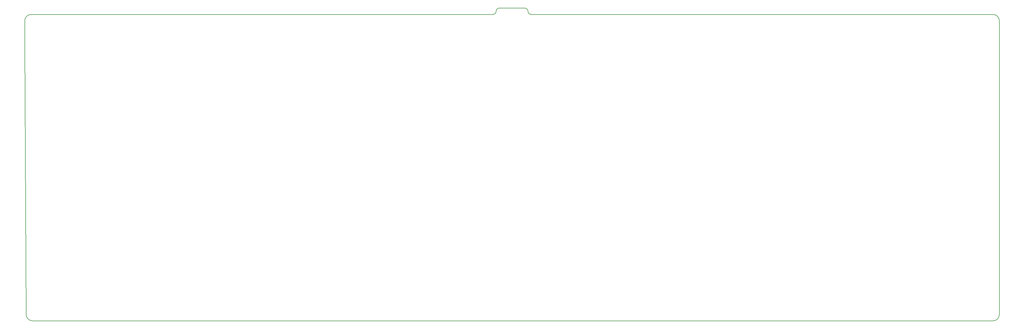
<source format=gm1>
G04 #@! TF.GenerationSoftware,KiCad,Pcbnew,(5.1.10)-1*
G04 #@! TF.CreationDate,2021-06-12T19:03:55-06:00*
G04 #@! TF.ProjectId,pcb,7063622e-6b69-4636-9164-5f7063625858,rev?*
G04 #@! TF.SameCoordinates,Original*
G04 #@! TF.FileFunction,Profile,NP*
%FSLAX46Y46*%
G04 Gerber Fmt 4.6, Leading zero omitted, Abs format (unit mm)*
G04 Created by KiCad (PCBNEW (5.1.10)-1) date 2021-06-12 19:03:55*
%MOMM*%
%LPD*%
G01*
G04 APERTURE LIST*
G04 #@! TA.AperFunction,Profile*
%ADD10C,0.200000*%
G04 #@! TD*
G04 APERTURE END LIST*
D10*
X212963075Y-78981000D02*
G75*
G02*
X211963075Y-77981000I0J1000000D01*
G01*
X201963075Y-77981000D02*
G75*
G02*
X200963075Y-78981000I-1000000J0D01*
G01*
X210963075Y-76981000D02*
G75*
G02*
X211963075Y-77981000I0J-1000000D01*
G01*
X201963075Y-77981000D02*
G75*
G02*
X202963075Y-76981000I1000000J0D01*
G01*
X212963075Y-78981000D02*
X357838249Y-78981000D01*
X56087900Y-78981000D02*
X200963075Y-78981000D01*
X211963075Y-77981000D02*
X211963075Y-77981000D01*
X202963075Y-76981000D02*
X210963075Y-76981000D01*
X201963075Y-77981000D02*
X201963075Y-77981000D01*
X56551909Y-175181159D02*
G75*
G02*
X54551939Y-173192180I0J2000000D01*
G01*
X359838249Y-173181160D02*
G75*
G02*
X357838249Y-175181160I-2000000J0D01*
G01*
X357838249Y-78981000D02*
G75*
G02*
X359838249Y-80981000I0J-2000000D01*
G01*
X54087900Y-80981000D02*
G75*
G02*
X56087900Y-78981000I2000000J0D01*
G01*
X54551939Y-173192180D02*
X54087900Y-88981000D01*
X357838249Y-175181159D02*
X56551909Y-175181159D01*
X359838249Y-80981000D02*
X359838249Y-173181159D01*
X54087900Y-88981000D02*
X54087900Y-80981000D01*
M02*

</source>
